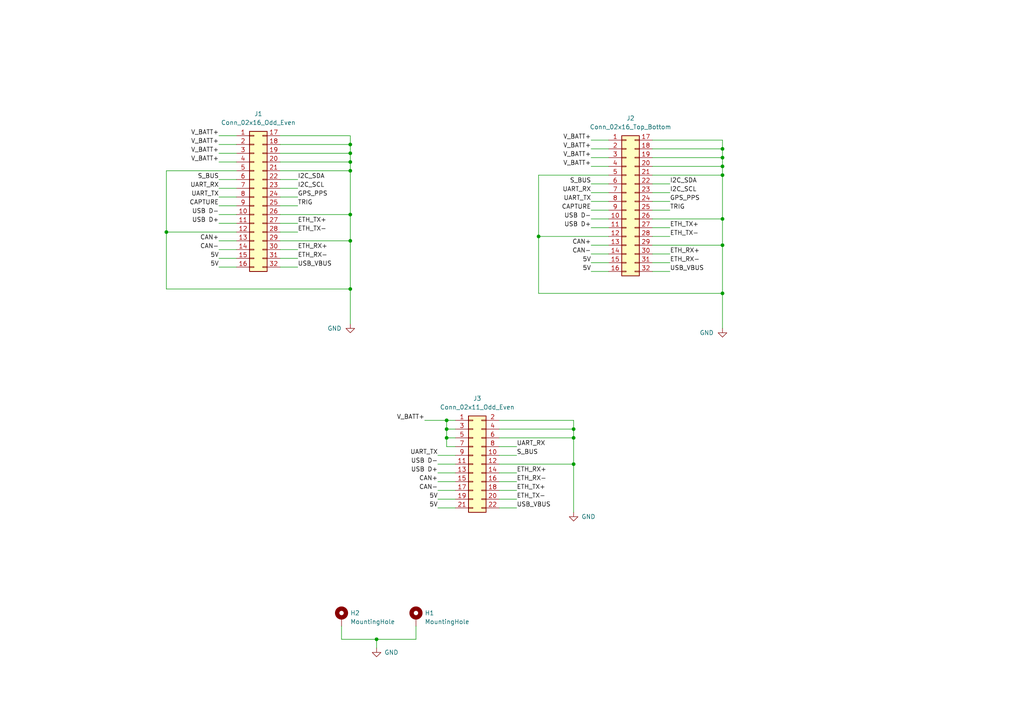
<source format=kicad_sch>
(kicad_sch (version 20211123) (generator eeschema)

  (uuid 2900de6d-bc51-4039-ab98-e4c308a6a215)

  (paper "A4")

  (lib_symbols
    (symbol "Connector_Generic:Conn_02x11_Odd_Even" (pin_names (offset 1.016) hide) (in_bom yes) (on_board yes)
      (property "Reference" "J" (id 0) (at 1.27 15.24 0)
        (effects (font (size 1.27 1.27)))
      )
      (property "Value" "Conn_02x11_Odd_Even" (id 1) (at 1.27 -15.24 0)
        (effects (font (size 1.27 1.27)))
      )
      (property "Footprint" "" (id 2) (at 0 0 0)
        (effects (font (size 1.27 1.27)) hide)
      )
      (property "Datasheet" "~" (id 3) (at 0 0 0)
        (effects (font (size 1.27 1.27)) hide)
      )
      (property "ki_keywords" "connector" (id 4) (at 0 0 0)
        (effects (font (size 1.27 1.27)) hide)
      )
      (property "ki_description" "Generic connector, double row, 02x11, odd/even pin numbering scheme (row 1 odd numbers, row 2 even numbers), script generated (kicad-library-utils/schlib/autogen/connector/)" (id 5) (at 0 0 0)
        (effects (font (size 1.27 1.27)) hide)
      )
      (property "ki_fp_filters" "Connector*:*_2x??_*" (id 6) (at 0 0 0)
        (effects (font (size 1.27 1.27)) hide)
      )
      (symbol "Conn_02x11_Odd_Even_1_1"
        (rectangle (start -1.27 -12.573) (end 0 -12.827)
          (stroke (width 0.1524) (type default) (color 0 0 0 0))
          (fill (type none))
        )
        (rectangle (start -1.27 -10.033) (end 0 -10.287)
          (stroke (width 0.1524) (type default) (color 0 0 0 0))
          (fill (type none))
        )
        (rectangle (start -1.27 -7.493) (end 0 -7.747)
          (stroke (width 0.1524) (type default) (color 0 0 0 0))
          (fill (type none))
        )
        (rectangle (start -1.27 -4.953) (end 0 -5.207)
          (stroke (width 0.1524) (type default) (color 0 0 0 0))
          (fill (type none))
        )
        (rectangle (start -1.27 -2.413) (end 0 -2.667)
          (stroke (width 0.1524) (type default) (color 0 0 0 0))
          (fill (type none))
        )
        (rectangle (start -1.27 0.127) (end 0 -0.127)
          (stroke (width 0.1524) (type default) (color 0 0 0 0))
          (fill (type none))
        )
        (rectangle (start -1.27 2.667) (end 0 2.413)
          (stroke (width 0.1524) (type default) (color 0 0 0 0))
          (fill (type none))
        )
        (rectangle (start -1.27 5.207) (end 0 4.953)
          (stroke (width 0.1524) (type default) (color 0 0 0 0))
          (fill (type none))
        )
        (rectangle (start -1.27 7.747) (end 0 7.493)
          (stroke (width 0.1524) (type default) (color 0 0 0 0))
          (fill (type none))
        )
        (rectangle (start -1.27 10.287) (end 0 10.033)
          (stroke (width 0.1524) (type default) (color 0 0 0 0))
          (fill (type none))
        )
        (rectangle (start -1.27 12.827) (end 0 12.573)
          (stroke (width 0.1524) (type default) (color 0 0 0 0))
          (fill (type none))
        )
        (rectangle (start -1.27 13.97) (end 3.81 -13.97)
          (stroke (width 0.254) (type default) (color 0 0 0 0))
          (fill (type background))
        )
        (rectangle (start 3.81 -12.573) (end 2.54 -12.827)
          (stroke (width 0.1524) (type default) (color 0 0 0 0))
          (fill (type none))
        )
        (rectangle (start 3.81 -10.033) (end 2.54 -10.287)
          (stroke (width 0.1524) (type default) (color 0 0 0 0))
          (fill (type none))
        )
        (rectangle (start 3.81 -7.493) (end 2.54 -7.747)
          (stroke (width 0.1524) (type default) (color 0 0 0 0))
          (fill (type none))
        )
        (rectangle (start 3.81 -4.953) (end 2.54 -5.207)
          (stroke (width 0.1524) (type default) (color 0 0 0 0))
          (fill (type none))
        )
        (rectangle (start 3.81 -2.413) (end 2.54 -2.667)
          (stroke (width 0.1524) (type default) (color 0 0 0 0))
          (fill (type none))
        )
        (rectangle (start 3.81 0.127) (end 2.54 -0.127)
          (stroke (width 0.1524) (type default) (color 0 0 0 0))
          (fill (type none))
        )
        (rectangle (start 3.81 2.667) (end 2.54 2.413)
          (stroke (width 0.1524) (type default) (color 0 0 0 0))
          (fill (type none))
        )
        (rectangle (start 3.81 5.207) (end 2.54 4.953)
          (stroke (width 0.1524) (type default) (color 0 0 0 0))
          (fill (type none))
        )
        (rectangle (start 3.81 7.747) (end 2.54 7.493)
          (stroke (width 0.1524) (type default) (color 0 0 0 0))
          (fill (type none))
        )
        (rectangle (start 3.81 10.287) (end 2.54 10.033)
          (stroke (width 0.1524) (type default) (color 0 0 0 0))
          (fill (type none))
        )
        (rectangle (start 3.81 12.827) (end 2.54 12.573)
          (stroke (width 0.1524) (type default) (color 0 0 0 0))
          (fill (type none))
        )
        (pin passive line (at -5.08 12.7 0) (length 3.81)
          (name "Pin_1" (effects (font (size 1.27 1.27))))
          (number "1" (effects (font (size 1.27 1.27))))
        )
        (pin passive line (at 7.62 2.54 180) (length 3.81)
          (name "Pin_10" (effects (font (size 1.27 1.27))))
          (number "10" (effects (font (size 1.27 1.27))))
        )
        (pin passive line (at -5.08 0 0) (length 3.81)
          (name "Pin_11" (effects (font (size 1.27 1.27))))
          (number "11" (effects (font (size 1.27 1.27))))
        )
        (pin passive line (at 7.62 0 180) (length 3.81)
          (name "Pin_12" (effects (font (size 1.27 1.27))))
          (number "12" (effects (font (size 1.27 1.27))))
        )
        (pin passive line (at -5.08 -2.54 0) (length 3.81)
          (name "Pin_13" (effects (font (size 1.27 1.27))))
          (number "13" (effects (font (size 1.27 1.27))))
        )
        (pin passive line (at 7.62 -2.54 180) (length 3.81)
          (name "Pin_14" (effects (font (size 1.27 1.27))))
          (number "14" (effects (font (size 1.27 1.27))))
        )
        (pin passive line (at -5.08 -5.08 0) (length 3.81)
          (name "Pin_15" (effects (font (size 1.27 1.27))))
          (number "15" (effects (font (size 1.27 1.27))))
        )
        (pin passive line (at 7.62 -5.08 180) (length 3.81)
          (name "Pin_16" (effects (font (size 1.27 1.27))))
          (number "16" (effects (font (size 1.27 1.27))))
        )
        (pin passive line (at -5.08 -7.62 0) (length 3.81)
          (name "Pin_17" (effects (font (size 1.27 1.27))))
          (number "17" (effects (font (size 1.27 1.27))))
        )
        (pin passive line (at 7.62 -7.62 180) (length 3.81)
          (name "Pin_18" (effects (font (size 1.27 1.27))))
          (number "18" (effects (font (size 1.27 1.27))))
        )
        (pin passive line (at -5.08 -10.16 0) (length 3.81)
          (name "Pin_19" (effects (font (size 1.27 1.27))))
          (number "19" (effects (font (size 1.27 1.27))))
        )
        (pin passive line (at 7.62 12.7 180) (length 3.81)
          (name "Pin_2" (effects (font (size 1.27 1.27))))
          (number "2" (effects (font (size 1.27 1.27))))
        )
        (pin passive line (at 7.62 -10.16 180) (length 3.81)
          (name "Pin_20" (effects (font (size 1.27 1.27))))
          (number "20" (effects (font (size 1.27 1.27))))
        )
        (pin passive line (at -5.08 -12.7 0) (length 3.81)
          (name "Pin_21" (effects (font (size 1.27 1.27))))
          (number "21" (effects (font (size 1.27 1.27))))
        )
        (pin passive line (at 7.62 -12.7 180) (length 3.81)
          (name "Pin_22" (effects (font (size 1.27 1.27))))
          (number "22" (effects (font (size 1.27 1.27))))
        )
        (pin passive line (at -5.08 10.16 0) (length 3.81)
          (name "Pin_3" (effects (font (size 1.27 1.27))))
          (number "3" (effects (font (size 1.27 1.27))))
        )
        (pin passive line (at 7.62 10.16 180) (length 3.81)
          (name "Pin_4" (effects (font (size 1.27 1.27))))
          (number "4" (effects (font (size 1.27 1.27))))
        )
        (pin passive line (at -5.08 7.62 0) (length 3.81)
          (name "Pin_5" (effects (font (size 1.27 1.27))))
          (number "5" (effects (font (size 1.27 1.27))))
        )
        (pin passive line (at 7.62 7.62 180) (length 3.81)
          (name "Pin_6" (effects (font (size 1.27 1.27))))
          (number "6" (effects (font (size 1.27 1.27))))
        )
        (pin passive line (at -5.08 5.08 0) (length 3.81)
          (name "Pin_7" (effects (font (size 1.27 1.27))))
          (number "7" (effects (font (size 1.27 1.27))))
        )
        (pin passive line (at 7.62 5.08 180) (length 3.81)
          (name "Pin_8" (effects (font (size 1.27 1.27))))
          (number "8" (effects (font (size 1.27 1.27))))
        )
        (pin passive line (at -5.08 2.54 0) (length 3.81)
          (name "Pin_9" (effects (font (size 1.27 1.27))))
          (number "9" (effects (font (size 1.27 1.27))))
        )
      )
    )
    (symbol "Connector_Generic:Conn_02x16_Top_Bottom" (pin_names (offset 1.016) hide) (in_bom yes) (on_board yes)
      (property "Reference" "J" (id 0) (at 1.27 20.32 0)
        (effects (font (size 1.27 1.27)))
      )
      (property "Value" "Conn_02x16_Top_Bottom" (id 1) (at 1.27 -22.86 0)
        (effects (font (size 1.27 1.27)))
      )
      (property "Footprint" "" (id 2) (at 0 0 0)
        (effects (font (size 1.27 1.27)) hide)
      )
      (property "Datasheet" "~" (id 3) (at 0 0 0)
        (effects (font (size 1.27 1.27)) hide)
      )
      (property "ki_keywords" "connector" (id 4) (at 0 0 0)
        (effects (font (size 1.27 1.27)) hide)
      )
      (property "ki_description" "Generic connector, double row, 02x16, top/bottom pin numbering scheme (row 1: 1...pins_per_row, row2: pins_per_row+1 ... num_pins), script generated (kicad-library-utils/schlib/autogen/connector/)" (id 5) (at 0 0 0)
        (effects (font (size 1.27 1.27)) hide)
      )
      (property "ki_fp_filters" "Connector*:*_2x??_*" (id 6) (at 0 0 0)
        (effects (font (size 1.27 1.27)) hide)
      )
      (symbol "Conn_02x16_Top_Bottom_1_1"
        (rectangle (start -1.27 -20.193) (end 0 -20.447)
          (stroke (width 0.1524) (type default) (color 0 0 0 0))
          (fill (type none))
        )
        (rectangle (start -1.27 -17.653) (end 0 -17.907)
          (stroke (width 0.1524) (type default) (color 0 0 0 0))
          (fill (type none))
        )
        (rectangle (start -1.27 -15.113) (end 0 -15.367)
          (stroke (width 0.1524) (type default) (color 0 0 0 0))
          (fill (type none))
        )
        (rectangle (start -1.27 -12.573) (end 0 -12.827)
          (stroke (width 0.1524) (type default) (color 0 0 0 0))
          (fill (type none))
        )
        (rectangle (start -1.27 -10.033) (end 0 -10.287)
          (stroke (width 0.1524) (type default) (color 0 0 0 0))
          (fill (type none))
        )
        (rectangle (start -1.27 -7.493) (end 0 -7.747)
          (stroke (width 0.1524) (type default) (color 0 0 0 0))
          (fill (type none))
        )
        (rectangle (start -1.27 -4.953) (end 0 -5.207)
          (stroke (width 0.1524) (type default) (color 0 0 0 0))
          (fill (type none))
        )
        (rectangle (start -1.27 -2.413) (end 0 -2.667)
          (stroke (width 0.1524) (type default) (color 0 0 0 0))
          (fill (type none))
        )
        (rectangle (start -1.27 0.127) (end 0 -0.127)
          (stroke (width 0.1524) (type default) (color 0 0 0 0))
          (fill (type none))
        )
        (rectangle (start -1.27 2.667) (end 0 2.413)
          (stroke (width 0.1524) (type default) (color 0 0 0 0))
          (fill (type none))
        )
        (rectangle (start -1.27 5.207) (end 0 4.953)
          (stroke (width 0.1524) (type default) (color 0 0 0 0))
          (fill (type none))
        )
        (rectangle (start -1.27 7.747) (end 0 7.493)
          (stroke (width 0.1524) (type default) (color 0 0 0 0))
          (fill (type none))
        )
        (rectangle (start -1.27 10.287) (end 0 10.033)
          (stroke (width 0.1524) (type default) (color 0 0 0 0))
          (fill (type none))
        )
        (rectangle (start -1.27 12.827) (end 0 12.573)
          (stroke (width 0.1524) (type default) (color 0 0 0 0))
          (fill (type none))
        )
        (rectangle (start -1.27 15.367) (end 0 15.113)
          (stroke (width 0.1524) (type default) (color 0 0 0 0))
          (fill (type none))
        )
        (rectangle (start -1.27 17.907) (end 0 17.653)
          (stroke (width 0.1524) (type default) (color 0 0 0 0))
          (fill (type none))
        )
        (rectangle (start -1.27 19.05) (end 3.81 -21.59)
          (stroke (width 0.254) (type default) (color 0 0 0 0))
          (fill (type background))
        )
        (rectangle (start 3.81 -20.193) (end 2.54 -20.447)
          (stroke (width 0.1524) (type default) (color 0 0 0 0))
          (fill (type none))
        )
        (rectangle (start 3.81 -17.653) (end 2.54 -17.907)
          (stroke (width 0.1524) (type default) (color 0 0 0 0))
          (fill (type none))
        )
        (rectangle (start 3.81 -15.113) (end 2.54 -15.367)
          (stroke (width 0.1524) (type default) (color 0 0 0 0))
          (fill (type none))
        )
        (rectangle (start 3.81 -12.573) (end 2.54 -12.827)
          (stroke (width 0.1524) (type default) (color 0 0 0 0))
          (fill (type none))
        )
        (rectangle (start 3.81 -10.033) (end 2.54 -10.287)
          (stroke (width 0.1524) (type default) (color 0 0 0 0))
          (fill (type none))
        )
        (rectangle (start 3.81 -7.493) (end 2.54 -7.747)
          (stroke (width 0.1524) (type default) (color 0 0 0 0))
          (fill (type none))
        )
        (rectangle (start 3.81 -4.953) (end 2.54 -5.207)
          (stroke (width 0.1524) (type default) (color 0 0 0 0))
          (fill (type none))
        )
        (rectangle (start 3.81 -2.413) (end 2.54 -2.667)
          (stroke (width 0.1524) (type default) (color 0 0 0 0))
          (fill (type none))
        )
        (rectangle (start 3.81 0.127) (end 2.54 -0.127)
          (stroke (width 0.1524) (type default) (color 0 0 0 0))
          (fill (type none))
        )
        (rectangle (start 3.81 2.667) (end 2.54 2.413)
          (stroke (width 0.1524) (type default) (color 0 0 0 0))
          (fill (type none))
        )
        (rectangle (start 3.81 5.207) (end 2.54 4.953)
          (stroke (width 0.1524) (type default) (color 0 0 0 0))
          (fill (type none))
        )
        (rectangle (start 3.81 7.747) (end 2.54 7.493)
          (stroke (width 0.1524) (type default) (color 0 0 0 0))
          (fill (type none))
        )
        (rectangle (start 3.81 10.287) (end 2.54 10.033)
          (stroke (width 0.1524) (type default) (color 0 0 0 0))
          (fill (type none))
        )
        (rectangle (start 3.81 12.827) (end 2.54 12.573)
          (stroke (width 0.1524) (type default) (color 0 0 0 0))
          (fill (type none))
        )
        (rectangle (start 3.81 15.367) (end 2.54 15.113)
          (stroke (width 0.1524) (type default) (color 0 0 0 0))
          (fill (type none))
        )
        (rectangle (start 3.81 17.907) (end 2.54 17.653)
          (stroke (width 0.1524) (type default) (color 0 0 0 0))
          (fill (type none))
        )
        (pin passive line (at -5.08 17.78 0) (length 3.81)
          (name "Pin_1" (effects (font (size 1.27 1.27))))
          (number "1" (effects (font (size 1.27 1.27))))
        )
        (pin passive line (at -5.08 -5.08 0) (length 3.81)
          (name "Pin_10" (effects (font (size 1.27 1.27))))
          (number "10" (effects (font (size 1.27 1.27))))
        )
        (pin passive line (at -5.08 -7.62 0) (length 3.81)
          (name "Pin_11" (effects (font (size 1.27 1.27))))
          (number "11" (effects (font (size 1.27 1.27))))
        )
        (pin passive line (at -5.08 -10.16 0) (length 3.81)
          (name "Pin_12" (effects (font (size 1.27 1.27))))
          (number "12" (effects (font (size 1.27 1.27))))
        )
        (pin passive line (at -5.08 -12.7 0) (length 3.81)
          (name "Pin_13" (effects (font (size 1.27 1.27))))
          (number "13" (effects (font (size 1.27 1.27))))
        )
        (pin passive line (at -5.08 -15.24 0) (length 3.81)
          (name "Pin_14" (effects (font (size 1.27 1.27))))
          (number "14" (effects (font (size 1.27 1.27))))
        )
        (pin passive line (at -5.08 -17.78 0) (length 3.81)
          (name "Pin_15" (effects (font (size 1.27 1.27))))
          (number "15" (effects (font (size 1.27 1.27))))
        )
        (pin passive line (at -5.08 -20.32 0) (length 3.81)
          (name "Pin_16" (effects (font (size 1.27 1.27))))
          (number "16" (effects (font (size 1.27 1.27))))
        )
        (pin passive line (at 7.62 17.78 180) (length 3.81)
          (name "Pin_17" (effects (font (size 1.27 1.27))))
          (number "17" (effects (font (size 1.27 1.27))))
        )
        (pin passive line (at 7.62 15.24 180) (length 3.81)
          (name "Pin_18" (effects (font (size 1.27 1.27))))
          (number "18" (effects (font (size 1.27 1.27))))
        )
        (pin passive line (at 7.62 12.7 180) (length 3.81)
          (name "Pin_19" (effects (font (size 1.27 1.27))))
          (number "19" (effects (font (size 1.27 1.27))))
        )
        (pin passive line (at -5.08 15.24 0) (length 3.81)
          (name "Pin_2" (effects (font (size 1.27 1.27))))
          (number "2" (effects (font (size 1.27 1.27))))
        )
        (pin passive line (at 7.62 10.16 180) (length 3.81)
          (name "Pin_20" (effects (font (size 1.27 1.27))))
          (number "20" (effects (font (size 1.27 1.27))))
        )
        (pin passive line (at 7.62 7.62 180) (length 3.81)
          (name "Pin_21" (effects (font (size 1.27 1.27))))
          (number "21" (effects (font (size 1.27 1.27))))
        )
        (pin passive line (at 7.62 5.08 180) (length 3.81)
          (name "Pin_22" (effects (font (size 1.27 1.27))))
          (number "22" (effects (font (size 1.27 1.27))))
        )
        (pin passive line (at 7.62 2.54 180) (length 3.81)
          (name "Pin_23" (effects (font (size 1.27 1.27))))
          (number "23" (effects (font (size 1.27 1.27))))
        )
        (pin passive line (at 7.62 0 180) (length 3.81)
          (name "Pin_24" (effects (font (size 1.27 1.27))))
          (number "24" (effects (font (size 1.27 1.27))))
        )
        (pin passive line (at 7.62 -2.54 180) (length 3.81)
          (name "Pin_25" (effects (font (size 1.27 1.27))))
          (number "25" (effects (font (size 1.27 1.27))))
        )
        (pin passive line (at 7.62 -5.08 180) (length 3.81)
          (name "Pin_26" (effects (font (size 1.27 1.27))))
          (number "26" (effects (font (size 1.27 1.27))))
        )
        (pin passive line (at 7.62 -7.62 180) (length 3.81)
          (name "Pin_27" (effects (font (size 1.27 1.27))))
          (number "27" (effects (font (size 1.27 1.27))))
        )
        (pin passive line (at 7.62 -10.16 180) (length 3.81)
          (name "Pin_28" (effects (font (size 1.27 1.27))))
          (number "28" (effects (font (size 1.27 1.27))))
        )
        (pin passive line (at 7.62 -12.7 180) (length 3.81)
          (name "Pin_29" (effects (font (size 1.27 1.27))))
          (number "29" (effects (font (size 1.27 1.27))))
        )
        (pin passive line (at -5.08 12.7 0) (length 3.81)
          (name "Pin_3" (effects (font (size 1.27 1.27))))
          (number "3" (effects (font (size 1.27 1.27))))
        )
        (pin passive line (at 7.62 -15.24 180) (length 3.81)
          (name "Pin_30" (effects (font (size 1.27 1.27))))
          (number "30" (effects (font (size 1.27 1.27))))
        )
        (pin passive line (at 7.62 -17.78 180) (length 3.81)
          (name "Pin_31" (effects (font (size 1.27 1.27))))
          (number "31" (effects (font (size 1.27 1.27))))
        )
        (pin passive line (at 7.62 -20.32 180) (length 3.81)
          (name "Pin_32" (effects (font (size 1.27 1.27))))
          (number "32" (effects (font (size 1.27 1.27))))
        )
        (pin passive line (at -5.08 10.16 0) (length 3.81)
          (name "Pin_4" (effects (font (size 1.27 1.27))))
          (number "4" (effects (font (size 1.27 1.27))))
        )
        (pin passive line (at -5.08 7.62 0) (length 3.81)
          (name "Pin_5" (effects (font (size 1.27 1.27))))
          (number "5" (effects (font (size 1.27 1.27))))
        )
        (pin passive line (at -5.08 5.08 0) (length 3.81)
          (name "Pin_6" (effects (font (size 1.27 1.27))))
          (number "6" (effects (font (size 1.27 1.27))))
        )
        (pin passive line (at -5.08 2.54 0) (length 3.81)
          (name "Pin_7" (effects (font (size 1.27 1.27))))
          (number "7" (effects (font (size 1.27 1.27))))
        )
        (pin passive line (at -5.08 0 0) (length 3.81)
          (name "Pin_8" (effects (font (size 1.27 1.27))))
          (number "8" (effects (font (size 1.27 1.27))))
        )
        (pin passive line (at -5.08 -2.54 0) (length 3.81)
          (name "Pin_9" (effects (font (size 1.27 1.27))))
          (number "9" (effects (font (size 1.27 1.27))))
        )
      )
    )
    (symbol "Mechanical:MountingHole_Pad" (pin_numbers hide) (pin_names (offset 1.016) hide) (in_bom yes) (on_board yes)
      (property "Reference" "H" (id 0) (at 0 6.35 0)
        (effects (font (size 1.27 1.27)))
      )
      (property "Value" "MountingHole_Pad" (id 1) (at 0 4.445 0)
        (effects (font (size 1.27 1.27)))
      )
      (property "Footprint" "" (id 2) (at 0 0 0)
        (effects (font (size 1.27 1.27)) hide)
      )
      (property "Datasheet" "~" (id 3) (at 0 0 0)
        (effects (font (size 1.27 1.27)) hide)
      )
      (property "ki_keywords" "mounting hole" (id 4) (at 0 0 0)
        (effects (font (size 1.27 1.27)) hide)
      )
      (property "ki_description" "Mounting Hole with connection" (id 5) (at 0 0 0)
        (effects (font (size 1.27 1.27)) hide)
      )
      (property "ki_fp_filters" "MountingHole*Pad*" (id 6) (at 0 0 0)
        (effects (font (size 1.27 1.27)) hide)
      )
      (symbol "MountingHole_Pad_0_1"
        (circle (center 0 1.27) (radius 1.27)
          (stroke (width 1.27) (type default) (color 0 0 0 0))
          (fill (type none))
        )
      )
      (symbol "MountingHole_Pad_1_1"
        (pin input line (at 0 -2.54 90) (length 2.54)
          (name "1" (effects (font (size 1.27 1.27))))
          (number "1" (effects (font (size 1.27 1.27))))
        )
      )
    )
    (symbol "power:GND" (power) (pin_names (offset 0)) (in_bom yes) (on_board yes)
      (property "Reference" "#PWR" (id 0) (at 0 -6.35 0)
        (effects (font (size 1.27 1.27)) hide)
      )
      (property "Value" "GND" (id 1) (at 0 -3.81 0)
        (effects (font (size 1.27 1.27)))
      )
      (property "Footprint" "" (id 2) (at 0 0 0)
        (effects (font (size 1.27 1.27)) hide)
      )
      (property "Datasheet" "" (id 3) (at 0 0 0)
        (effects (font (size 1.27 1.27)) hide)
      )
      (property "ki_keywords" "global power" (id 4) (at 0 0 0)
        (effects (font (size 1.27 1.27)) hide)
      )
      (property "ki_description" "Power symbol creates a global label with name \"GND\" , ground" (id 5) (at 0 0 0)
        (effects (font (size 1.27 1.27)) hide)
      )
      (symbol "GND_0_1"
        (polyline
          (pts
            (xy 0 0)
            (xy 0 -1.27)
            (xy 1.27 -1.27)
            (xy 0 -2.54)
            (xy -1.27 -1.27)
            (xy 0 -1.27)
          )
          (stroke (width 0) (type default) (color 0 0 0 0))
          (fill (type none))
        )
      )
      (symbol "GND_1_1"
        (pin power_in line (at 0 0 270) (length 0) hide
          (name "GND" (effects (font (size 1.27 1.27))))
          (number "1" (effects (font (size 1.27 1.27))))
        )
      )
    )
  )

  (junction (at 209.55 50.8) (diameter 0) (color 0 0 0 0)
    (uuid 08fcb649-2bcd-47b3-9d6a-f68a7e1f8b57)
  )
  (junction (at 129.54 127) (diameter 0) (color 0 0 0 0)
    (uuid 167ec8b5-3965-47c2-bf79-8a3d3024b39e)
  )
  (junction (at 209.55 85.09) (diameter 0) (color 0 0 0 0)
    (uuid 2260ebf6-174d-4604-a52c-c646bfc11ea7)
  )
  (junction (at 101.6 83.82) (diameter 0) (color 0 0 0 0)
    (uuid 32c16c34-2097-4927-b662-43b7b52334d8)
  )
  (junction (at 101.6 49.53) (diameter 0) (color 0 0 0 0)
    (uuid 3389ffe6-ef27-47bc-ab60-9a7a011911d7)
  )
  (junction (at 101.6 44.45) (diameter 0) (color 0 0 0 0)
    (uuid 33f9f55c-e67c-474f-9d22-59a72d230343)
  )
  (junction (at 209.55 63.5) (diameter 0) (color 0 0 0 0)
    (uuid 42e484d5-bd08-4b60-a0be-44c423066864)
  )
  (junction (at 101.6 62.23) (diameter 0) (color 0 0 0 0)
    (uuid 5aa3b09e-5003-4ec6-b5d2-6236b7774a26)
  )
  (junction (at 156.21 68.58) (diameter 0) (color 0 0 0 0)
    (uuid 74f397df-0788-4998-b1d5-98666633cf13)
  )
  (junction (at 129.54 121.92) (diameter 0) (color 0 0 0 0)
    (uuid 7d5d24da-321b-4253-b26d-d165cbd9ce68)
  )
  (junction (at 209.55 48.26) (diameter 0) (color 0 0 0 0)
    (uuid 89a8db77-5dc5-49d5-bdb6-83b0a90557fc)
  )
  (junction (at 129.54 124.46) (diameter 0) (color 0 0 0 0)
    (uuid 9630b762-fddd-4983-8f92-32803069ac24)
  )
  (junction (at 101.6 69.85) (diameter 0) (color 0 0 0 0)
    (uuid 984ab3d6-b047-4b03-b6f6-f4f9784151ad)
  )
  (junction (at 101.6 41.91) (diameter 0) (color 0 0 0 0)
    (uuid 9ebfef3f-59dd-4fa7-9267-c5dd1696d15d)
  )
  (junction (at 166.37 134.62) (diameter 0) (color 0 0 0 0)
    (uuid a85a8072-a790-4399-b5d6-176a41184bba)
  )
  (junction (at 166.37 127) (diameter 0) (color 0 0 0 0)
    (uuid afaf033f-d723-4dc5-b942-90cd876ab42a)
  )
  (junction (at 101.6 46.99) (diameter 0) (color 0 0 0 0)
    (uuid b5ecca7d-0a75-433f-8466-b3321de59d14)
  )
  (junction (at 209.55 43.18) (diameter 0) (color 0 0 0 0)
    (uuid b945e3ca-dadd-4d29-b269-2cfd77f08cea)
  )
  (junction (at 166.37 124.46) (diameter 0) (color 0 0 0 0)
    (uuid d924a3d4-ec8d-431d-b443-0960c2b7d5d6)
  )
  (junction (at 209.55 71.12) (diameter 0) (color 0 0 0 0)
    (uuid e71356d1-753d-450e-8bda-0944102bad62)
  )
  (junction (at 48.26 67.31) (diameter 0) (color 0 0 0 0)
    (uuid e75b75a0-ed85-4ffc-8d6b-e1a87c87fcf3)
  )
  (junction (at 109.22 185.42) (diameter 0) (color 0 0 0 0)
    (uuid ecd573c4-e910-46d7-9d30-e63d3a17ba55)
  )
  (junction (at 209.55 45.72) (diameter 0) (color 0 0 0 0)
    (uuid fba690fc-bf35-412d-b663-8eb07227ac6e)
  )

  (wire (pts (xy 81.28 39.37) (xy 101.6 39.37))
    (stroke (width 0) (type default) (color 0 0 0 0))
    (uuid 011f90c6-427d-451e-b8f9-97b1a752cace)
  )
  (wire (pts (xy 63.5 57.15) (xy 68.58 57.15))
    (stroke (width 0) (type default) (color 0 0 0 0))
    (uuid 03ea898c-37e8-4428-9cec-6247e9652930)
  )
  (wire (pts (xy 189.23 66.04) (xy 194.31 66.04))
    (stroke (width 0) (type default) (color 0 0 0 0))
    (uuid 05b35090-2d66-4a5c-8cc2-13149234cf40)
  )
  (wire (pts (xy 68.58 64.77) (xy 63.5 64.77))
    (stroke (width 0) (type default) (color 0 0 0 0))
    (uuid 07a8eb0e-cffa-4dfd-86dc-c0305841b8ad)
  )
  (wire (pts (xy 171.45 55.88) (xy 176.53 55.88))
    (stroke (width 0) (type default) (color 0 0 0 0))
    (uuid 0a3f1a21-b614-464a-aeb5-83f94d0471e6)
  )
  (wire (pts (xy 63.5 52.07) (xy 68.58 52.07))
    (stroke (width 0) (type default) (color 0 0 0 0))
    (uuid 0c18124e-326a-4909-9645-474c4d73902c)
  )
  (wire (pts (xy 132.08 121.92) (xy 129.54 121.92))
    (stroke (width 0) (type default) (color 0 0 0 0))
    (uuid 11710783-fd20-41d9-8408-06b24fc14f14)
  )
  (wire (pts (xy 144.78 147.32) (xy 149.86 147.32))
    (stroke (width 0) (type default) (color 0 0 0 0))
    (uuid 117c1f10-56e4-44e1-8815-9a63bc834682)
  )
  (wire (pts (xy 81.28 77.47) (xy 86.36 77.47))
    (stroke (width 0) (type default) (color 0 0 0 0))
    (uuid 125e1575-3482-46bf-8ae7-7ec6c78630f4)
  )
  (wire (pts (xy 101.6 62.23) (xy 101.6 69.85))
    (stroke (width 0) (type default) (color 0 0 0 0))
    (uuid 13bbcd42-dd62-49ed-9bf4-db607dfcb2a8)
  )
  (wire (pts (xy 189.23 43.18) (xy 209.55 43.18))
    (stroke (width 0) (type default) (color 0 0 0 0))
    (uuid 13c2f3b4-1f13-465a-9df2-08e6363c9319)
  )
  (wire (pts (xy 149.86 144.78) (xy 144.78 144.78))
    (stroke (width 0) (type default) (color 0 0 0 0))
    (uuid 1465f882-da38-4b62-943e-c432de63e12f)
  )
  (wire (pts (xy 129.54 127) (xy 129.54 124.46))
    (stroke (width 0) (type default) (color 0 0 0 0))
    (uuid 1898a42d-1797-4bfc-b150-d28164cab0d9)
  )
  (wire (pts (xy 48.26 49.53) (xy 68.58 49.53))
    (stroke (width 0) (type default) (color 0 0 0 0))
    (uuid 1a35c954-2a76-4b84-9677-1ab07cdbe2ec)
  )
  (wire (pts (xy 132.08 147.32) (xy 127 147.32))
    (stroke (width 0) (type default) (color 0 0 0 0))
    (uuid 1e8d44c8-65cf-494d-a0f3-40244bd098f1)
  )
  (wire (pts (xy 68.58 62.23) (xy 63.5 62.23))
    (stroke (width 0) (type default) (color 0 0 0 0))
    (uuid 2018cbd5-92d0-4aed-a2c0-d58d4859c32e)
  )
  (wire (pts (xy 166.37 127) (xy 166.37 134.62))
    (stroke (width 0) (type default) (color 0 0 0 0))
    (uuid 2279032a-3952-465c-85be-65c6779d2678)
  )
  (wire (pts (xy 101.6 44.45) (xy 101.6 46.99))
    (stroke (width 0) (type default) (color 0 0 0 0))
    (uuid 25882a3e-b1a4-4833-8bb9-fb800770a5e5)
  )
  (wire (pts (xy 109.22 185.42) (xy 120.65 185.42))
    (stroke (width 0) (type default) (color 0 0 0 0))
    (uuid 258a7379-e8ef-4d04-a89b-9345f85f3be0)
  )
  (wire (pts (xy 189.23 40.64) (xy 209.55 40.64))
    (stroke (width 0) (type default) (color 0 0 0 0))
    (uuid 2bf9ebab-8426-48da-8583-12558a39fcb3)
  )
  (wire (pts (xy 68.58 74.93) (xy 63.5 74.93))
    (stroke (width 0) (type default) (color 0 0 0 0))
    (uuid 2ccccb3f-6453-4578-8e2c-9ca4ed0b96e5)
  )
  (wire (pts (xy 132.08 129.54) (xy 129.54 129.54))
    (stroke (width 0) (type default) (color 0 0 0 0))
    (uuid 2e215e76-7005-4be0-888b-c55bb8074e40)
  )
  (wire (pts (xy 81.28 62.23) (xy 101.6 62.23))
    (stroke (width 0) (type default) (color 0 0 0 0))
    (uuid 305866fa-2e47-41d1-87ae-77d7c3047418)
  )
  (wire (pts (xy 194.31 76.2) (xy 189.23 76.2))
    (stroke (width 0) (type default) (color 0 0 0 0))
    (uuid 346f1bfd-707e-4699-85ca-5e12624c7b63)
  )
  (wire (pts (xy 209.55 50.8) (xy 189.23 50.8))
    (stroke (width 0) (type default) (color 0 0 0 0))
    (uuid 34e72641-9b39-43b9-9e0d-2c50a1fba70b)
  )
  (wire (pts (xy 48.26 67.31) (xy 68.58 67.31))
    (stroke (width 0) (type default) (color 0 0 0 0))
    (uuid 399b8090-66d2-4025-9f49-6d6fbae60554)
  )
  (wire (pts (xy 166.37 124.46) (xy 166.37 127))
    (stroke (width 0) (type default) (color 0 0 0 0))
    (uuid 3e0d05e6-09c9-44c8-8c0a-d8e6cbcba940)
  )
  (wire (pts (xy 149.86 132.08) (xy 144.78 132.08))
    (stroke (width 0) (type default) (color 0 0 0 0))
    (uuid 416c8f56-b425-434a-9358-595cc42c5486)
  )
  (wire (pts (xy 171.45 53.34) (xy 176.53 53.34))
    (stroke (width 0) (type default) (color 0 0 0 0))
    (uuid 42384533-94c0-45c9-85a5-757dbe697626)
  )
  (wire (pts (xy 176.53 73.66) (xy 171.45 73.66))
    (stroke (width 0) (type default) (color 0 0 0 0))
    (uuid 47ab9567-5c05-4cbe-acbc-b9ef4d87b806)
  )
  (wire (pts (xy 129.54 121.92) (xy 123.19 121.92))
    (stroke (width 0) (type default) (color 0 0 0 0))
    (uuid 48b4d4ff-ad82-4d5a-805a-927970d0bade)
  )
  (wire (pts (xy 99.06 185.42) (xy 109.22 185.42))
    (stroke (width 0) (type default) (color 0 0 0 0))
    (uuid 4b2d6a8b-5641-4d1f-b6cc-33c1f7bba1d9)
  )
  (wire (pts (xy 144.78 124.46) (xy 166.37 124.46))
    (stroke (width 0) (type default) (color 0 0 0 0))
    (uuid 4b9e6da7-d1c5-435b-b540-314e01af3ea1)
  )
  (wire (pts (xy 194.31 60.96) (xy 189.23 60.96))
    (stroke (width 0) (type default) (color 0 0 0 0))
    (uuid 4ccff217-5d90-42a0-935c-229887d796b6)
  )
  (wire (pts (xy 149.86 139.7) (xy 144.78 139.7))
    (stroke (width 0) (type default) (color 0 0 0 0))
    (uuid 4d60499c-a373-4fe8-84f5-018362a709c2)
  )
  (wire (pts (xy 209.55 63.5) (xy 209.55 71.12))
    (stroke (width 0) (type default) (color 0 0 0 0))
    (uuid 50a048ca-a358-4170-9dcc-113eae473922)
  )
  (wire (pts (xy 176.53 45.72) (xy 171.45 45.72))
    (stroke (width 0) (type default) (color 0 0 0 0))
    (uuid 539d7325-9be0-49b9-b821-ac93bc3ffb97)
  )
  (wire (pts (xy 176.53 66.04) (xy 171.45 66.04))
    (stroke (width 0) (type default) (color 0 0 0 0))
    (uuid 562b91ab-1c1e-483c-8e80-ffa7650c36f6)
  )
  (wire (pts (xy 68.58 39.37) (xy 63.5 39.37))
    (stroke (width 0) (type default) (color 0 0 0 0))
    (uuid 57a270cf-4a31-4485-aed8-c83c6a7152ec)
  )
  (wire (pts (xy 209.55 85.09) (xy 209.55 95.25))
    (stroke (width 0) (type default) (color 0 0 0 0))
    (uuid 5a41d7fa-18b6-4182-9f7c-d13e348b07b5)
  )
  (wire (pts (xy 144.78 134.62) (xy 166.37 134.62))
    (stroke (width 0) (type default) (color 0 0 0 0))
    (uuid 5efa54bc-c94a-48bc-8d20-6341b23f314c)
  )
  (wire (pts (xy 86.36 74.93) (xy 81.28 74.93))
    (stroke (width 0) (type default) (color 0 0 0 0))
    (uuid 64832060-9888-4e34-ac5d-a5bfe49ef931)
  )
  (wire (pts (xy 209.55 48.26) (xy 209.55 50.8))
    (stroke (width 0) (type default) (color 0 0 0 0))
    (uuid 64fd726b-1466-4277-b10c-25ade3b3adce)
  )
  (wire (pts (xy 68.58 59.69) (xy 63.5 59.69))
    (stroke (width 0) (type default) (color 0 0 0 0))
    (uuid 681eb25a-d05b-4108-995a-fd6ba2bc991a)
  )
  (wire (pts (xy 48.26 49.53) (xy 48.26 67.31))
    (stroke (width 0) (type default) (color 0 0 0 0))
    (uuid 684622f1-c773-49dc-94d3-09295bcdae48)
  )
  (wire (pts (xy 81.28 41.91) (xy 101.6 41.91))
    (stroke (width 0) (type default) (color 0 0 0 0))
    (uuid 68facfb7-cce4-4ba5-8a79-1c33ca7e8048)
  )
  (wire (pts (xy 81.28 64.77) (xy 86.36 64.77))
    (stroke (width 0) (type default) (color 0 0 0 0))
    (uuid 6e78810a-5f1d-48c1-aa7d-b7edc93bd5c0)
  )
  (wire (pts (xy 81.28 44.45) (xy 101.6 44.45))
    (stroke (width 0) (type default) (color 0 0 0 0))
    (uuid 705b5701-2714-4fd3-a12a-3dcf0607b15f)
  )
  (wire (pts (xy 101.6 41.91) (xy 101.6 44.45))
    (stroke (width 0) (type default) (color 0 0 0 0))
    (uuid 70f5c40b-56ff-40ee-b8bd-fb552d50a4e3)
  )
  (wire (pts (xy 156.21 50.8) (xy 176.53 50.8))
    (stroke (width 0) (type default) (color 0 0 0 0))
    (uuid 714f8182-b48c-4bc9-9305-6b119bd6f759)
  )
  (wire (pts (xy 86.36 67.31) (xy 81.28 67.31))
    (stroke (width 0) (type default) (color 0 0 0 0))
    (uuid 721b6677-3829-4207-b717-ecb898f6f482)
  )
  (wire (pts (xy 209.55 71.12) (xy 209.55 85.09))
    (stroke (width 0) (type default) (color 0 0 0 0))
    (uuid 7416ef67-d492-4602-874e-e67ed2a81e9d)
  )
  (wire (pts (xy 171.45 58.42) (xy 176.53 58.42))
    (stroke (width 0) (type default) (color 0 0 0 0))
    (uuid 7479f3e6-1ac7-4f25-a8ef-c50d3741969d)
  )
  (wire (pts (xy 176.53 43.18) (xy 171.45 43.18))
    (stroke (width 0) (type default) (color 0 0 0 0))
    (uuid 760d7a9b-be34-4bc0-808b-e0362edd8337)
  )
  (wire (pts (xy 63.5 54.61) (xy 68.58 54.61))
    (stroke (width 0) (type default) (color 0 0 0 0))
    (uuid 781d1cea-c0a2-4e0d-bb26-57a570f26876)
  )
  (wire (pts (xy 189.23 48.26) (xy 209.55 48.26))
    (stroke (width 0) (type default) (color 0 0 0 0))
    (uuid 783006db-e65a-4a19-985e-53d5a2d65c57)
  )
  (wire (pts (xy 189.23 45.72) (xy 209.55 45.72))
    (stroke (width 0) (type default) (color 0 0 0 0))
    (uuid 7a8b0777-210a-4b36-afec-3d817bef332c)
  )
  (wire (pts (xy 176.53 76.2) (xy 171.45 76.2))
    (stroke (width 0) (type default) (color 0 0 0 0))
    (uuid 7d356e86-6778-414d-bd75-fc95786ed954)
  )
  (wire (pts (xy 156.21 68.58) (xy 176.53 68.58))
    (stroke (width 0) (type default) (color 0 0 0 0))
    (uuid 7e5c72fd-49a9-49b6-bf96-1b2f8ed8a919)
  )
  (wire (pts (xy 189.23 58.42) (xy 194.31 58.42))
    (stroke (width 0) (type default) (color 0 0 0 0))
    (uuid 7e88d677-cbef-40ca-9389-0d29938baf3a)
  )
  (wire (pts (xy 144.78 127) (xy 166.37 127))
    (stroke (width 0) (type default) (color 0 0 0 0))
    (uuid 80c6dcb4-5886-4382-ab73-40e770ae9bc2)
  )
  (wire (pts (xy 194.31 73.66) (xy 189.23 73.66))
    (stroke (width 0) (type default) (color 0 0 0 0))
    (uuid 80d3e42e-63d5-4cc8-8b4e-364bb92ca90f)
  )
  (wire (pts (xy 194.31 68.58) (xy 189.23 68.58))
    (stroke (width 0) (type default) (color 0 0 0 0))
    (uuid 81feae52-d3ef-4bc6-9af9-1405b2514ca9)
  )
  (wire (pts (xy 149.86 129.54) (xy 144.78 129.54))
    (stroke (width 0) (type default) (color 0 0 0 0))
    (uuid 83d7952a-ceb1-4eaf-8d03-4c6afb0129d9)
  )
  (wire (pts (xy 176.53 48.26) (xy 171.45 48.26))
    (stroke (width 0) (type default) (color 0 0 0 0))
    (uuid 84ba7555-ed2e-44ec-9378-9a249bab6334)
  )
  (wire (pts (xy 189.23 78.74) (xy 194.31 78.74))
    (stroke (width 0) (type default) (color 0 0 0 0))
    (uuid 8548e66e-3937-4c1a-b091-a9e300e96968)
  )
  (wire (pts (xy 132.08 142.24) (xy 127 142.24))
    (stroke (width 0) (type default) (color 0 0 0 0))
    (uuid 8596c366-7ed1-421c-895e-580d74033560)
  )
  (wire (pts (xy 194.31 53.34) (xy 189.23 53.34))
    (stroke (width 0) (type default) (color 0 0 0 0))
    (uuid 87d230a6-b8a9-4271-9bc1-ce62aa386793)
  )
  (wire (pts (xy 209.55 45.72) (xy 209.55 48.26))
    (stroke (width 0) (type default) (color 0 0 0 0))
    (uuid 88611b66-eb9b-417b-95d8-22f31f7c6ab7)
  )
  (wire (pts (xy 132.08 144.78) (xy 127 144.78))
    (stroke (width 0) (type default) (color 0 0 0 0))
    (uuid 8a2625ef-f0ea-4714-a994-f472a35c271b)
  )
  (wire (pts (xy 48.26 67.31) (xy 48.26 83.82))
    (stroke (width 0) (type default) (color 0 0 0 0))
    (uuid 8d7b42a6-8a7a-4229-b6bc-6d03b58fde30)
  )
  (wire (pts (xy 101.6 39.37) (xy 101.6 41.91))
    (stroke (width 0) (type default) (color 0 0 0 0))
    (uuid 8e796aab-1492-49eb-91bb-5cd7846f22cc)
  )
  (wire (pts (xy 156.21 50.8) (xy 156.21 68.58))
    (stroke (width 0) (type default) (color 0 0 0 0))
    (uuid 8fc7d2a2-1d57-4a5a-aef0-23947957a23e)
  )
  (wire (pts (xy 68.58 77.47) (xy 63.5 77.47))
    (stroke (width 0) (type default) (color 0 0 0 0))
    (uuid 9b246897-54a5-426b-a439-b25b29541874)
  )
  (wire (pts (xy 109.22 185.42) (xy 109.22 187.96))
    (stroke (width 0) (type default) (color 0 0 0 0))
    (uuid 9ce69fc4-77b8-441b-87b5-299e002b5f28)
  )
  (wire (pts (xy 132.08 137.16) (xy 127 137.16))
    (stroke (width 0) (type default) (color 0 0 0 0))
    (uuid 9f08f896-a6e2-4772-915b-0b78bb55c059)
  )
  (wire (pts (xy 86.36 52.07) (xy 81.28 52.07))
    (stroke (width 0) (type default) (color 0 0 0 0))
    (uuid 9f2a2687-2b3d-4d9e-a0e4-80dc7cb6ce3c)
  )
  (wire (pts (xy 101.6 49.53) (xy 81.28 49.53))
    (stroke (width 0) (type default) (color 0 0 0 0))
    (uuid 9ffcfbe3-3f43-4153-97d3-fe251f70a458)
  )
  (wire (pts (xy 129.54 129.54) (xy 129.54 127))
    (stroke (width 0) (type default) (color 0 0 0 0))
    (uuid a34fa401-1da9-440c-8f22-111ae1bab4c8)
  )
  (wire (pts (xy 166.37 134.62) (xy 166.37 148.59))
    (stroke (width 0) (type default) (color 0 0 0 0))
    (uuid a3955781-e1e4-4278-89b0-cdb12992053a)
  )
  (wire (pts (xy 194.31 55.88) (xy 189.23 55.88))
    (stroke (width 0) (type default) (color 0 0 0 0))
    (uuid a5a7d4d3-5e70-4599-b979-743a9108ba25)
  )
  (wire (pts (xy 48.26 83.82) (xy 101.6 83.82))
    (stroke (width 0) (type default) (color 0 0 0 0))
    (uuid aa848bfb-b0ba-42d1-a855-6629541421bb)
  )
  (wire (pts (xy 68.58 69.85) (xy 63.5 69.85))
    (stroke (width 0) (type default) (color 0 0 0 0))
    (uuid b05626e1-6881-49fa-afb8-74b9cbadba61)
  )
  (wire (pts (xy 209.55 43.18) (xy 209.55 45.72))
    (stroke (width 0) (type default) (color 0 0 0 0))
    (uuid b0bfe2c0-726a-42a6-8797-e7d46f9d75f5)
  )
  (wire (pts (xy 120.65 185.42) (xy 120.65 181.61))
    (stroke (width 0) (type default) (color 0 0 0 0))
    (uuid b34e17f1-5f6a-4b51-abe2-d5e959c12e2d)
  )
  (wire (pts (xy 176.53 63.5) (xy 171.45 63.5))
    (stroke (width 0) (type default) (color 0 0 0 0))
    (uuid b355b6f3-09f8-4e55-87c8-a887ea8feddb)
  )
  (wire (pts (xy 101.6 46.99) (xy 101.6 49.53))
    (stroke (width 0) (type default) (color 0 0 0 0))
    (uuid b4a62a4f-2ce9-4cdc-a86f-123abe2ea564)
  )
  (wire (pts (xy 86.36 59.69) (xy 81.28 59.69))
    (stroke (width 0) (type default) (color 0 0 0 0))
    (uuid b6a8c672-eda3-4856-830c-25af411d3234)
  )
  (wire (pts (xy 68.58 46.99) (xy 63.5 46.99))
    (stroke (width 0) (type default) (color 0 0 0 0))
    (uuid bb55ba8d-ff1d-480b-85dd-1397675f9fe0)
  )
  (wire (pts (xy 99.06 181.61) (xy 99.06 185.42))
    (stroke (width 0) (type default) (color 0 0 0 0))
    (uuid be172424-dd0d-41fa-8772-fca761eae848)
  )
  (wire (pts (xy 156.21 85.09) (xy 209.55 85.09))
    (stroke (width 0) (type default) (color 0 0 0 0))
    (uuid bee8a401-3ec3-4128-aeb8-70629a98c3c4)
  )
  (wire (pts (xy 132.08 134.62) (xy 127 134.62))
    (stroke (width 0) (type default) (color 0 0 0 0))
    (uuid bfc1dad7-85c6-44f7-abbf-488b2d828cef)
  )
  (wire (pts (xy 101.6 83.82) (xy 101.6 93.98))
    (stroke (width 0) (type default) (color 0 0 0 0))
    (uuid c0801e2a-392d-452d-beac-efa69c565c97)
  )
  (wire (pts (xy 209.55 40.64) (xy 209.55 43.18))
    (stroke (width 0) (type default) (color 0 0 0 0))
    (uuid c1fbeaa9-efe3-4b28-aef0-e377bdfce233)
  )
  (wire (pts (xy 68.58 41.91) (xy 63.5 41.91))
    (stroke (width 0) (type default) (color 0 0 0 0))
    (uuid c25a8e55-46c0-463b-8c39-8e54fa878b47)
  )
  (wire (pts (xy 129.54 127) (xy 132.08 127))
    (stroke (width 0) (type default) (color 0 0 0 0))
    (uuid c8ce749a-e98c-4194-8c49-8b3faed0ddfd)
  )
  (wire (pts (xy 209.55 50.8) (xy 209.55 63.5))
    (stroke (width 0) (type default) (color 0 0 0 0))
    (uuid cd5a3c32-8955-404a-9877-dcfece4deaa0)
  )
  (wire (pts (xy 129.54 124.46) (xy 132.08 124.46))
    (stroke (width 0) (type default) (color 0 0 0 0))
    (uuid cde4d9d1-8cb1-40eb-975d-dfe76052468c)
  )
  (wire (pts (xy 81.28 46.99) (xy 101.6 46.99))
    (stroke (width 0) (type default) (color 0 0 0 0))
    (uuid ce5cc072-01f0-4516-b8e1-9300a6dce655)
  )
  (wire (pts (xy 68.58 44.45) (xy 63.5 44.45))
    (stroke (width 0) (type default) (color 0 0 0 0))
    (uuid d29ae058-2691-43d1-8fd2-8a32d4256cd4)
  )
  (wire (pts (xy 176.53 60.96) (xy 171.45 60.96))
    (stroke (width 0) (type default) (color 0 0 0 0))
    (uuid d4f64964-c0bd-4cf4-91a9-7eb11af652ca)
  )
  (wire (pts (xy 176.53 40.64) (xy 171.45 40.64))
    (stroke (width 0) (type default) (color 0 0 0 0))
    (uuid d6d463ee-e66f-43d0-9bbb-882226b752f8)
  )
  (wire (pts (xy 129.54 124.46) (xy 129.54 121.92))
    (stroke (width 0) (type default) (color 0 0 0 0))
    (uuid d82f6044-a040-4566-a06d-0bbb7603c135)
  )
  (wire (pts (xy 86.36 54.61) (xy 81.28 54.61))
    (stroke (width 0) (type default) (color 0 0 0 0))
    (uuid d98c8cae-3c6c-4726-bc36-e1fc7dcce15d)
  )
  (wire (pts (xy 144.78 142.24) (xy 149.86 142.24))
    (stroke (width 0) (type default) (color 0 0 0 0))
    (uuid dc7ee18d-8b1c-4082-851d-7be3df3845ee)
  )
  (wire (pts (xy 189.23 71.12) (xy 209.55 71.12))
    (stroke (width 0) (type default) (color 0 0 0 0))
    (uuid dcb3b0d6-294b-4a83-a580-141521e8cf77)
  )
  (wire (pts (xy 81.28 69.85) (xy 101.6 69.85))
    (stroke (width 0) (type default) (color 0 0 0 0))
    (uuid dd007083-1b5f-4060-897b-6f5b03f9c2ec)
  )
  (wire (pts (xy 132.08 139.7) (xy 127 139.7))
    (stroke (width 0) (type default) (color 0 0 0 0))
    (uuid df0fd4d7-5e35-46df-bb0c-f6c35e23fafc)
  )
  (wire (pts (xy 101.6 49.53) (xy 101.6 62.23))
    (stroke (width 0) (type default) (color 0 0 0 0))
    (uuid e2f9aa7f-98e5-4436-8355-aa61e31487b2)
  )
  (wire (pts (xy 101.6 69.85) (xy 101.6 83.82))
    (stroke (width 0) (type default) (color 0 0 0 0))
    (uuid e35814ad-fbf8-4d21-acc4-ff0580fd8611)
  )
  (wire (pts (xy 176.53 71.12) (xy 171.45 71.12))
    (stroke (width 0) (type default) (color 0 0 0 0))
    (uuid eb4ecb97-78c4-4965-9d94-a03394d90c6e)
  )
  (wire (pts (xy 68.58 72.39) (xy 63.5 72.39))
    (stroke (width 0) (type default) (color 0 0 0 0))
    (uuid ebe5d013-5803-44a3-a830-e3fc6ce3d239)
  )
  (wire (pts (xy 156.21 68.58) (xy 156.21 85.09))
    (stroke (width 0) (type default) (color 0 0 0 0))
    (uuid ec204e4a-e5af-4831-ad9c-afe04b25f089)
  )
  (wire (pts (xy 86.36 72.39) (xy 81.28 72.39))
    (stroke (width 0) (type default) (color 0 0 0 0))
    (uuid f04e4554-84b5-4304-8ffd-ab47ecd2160b)
  )
  (wire (pts (xy 81.28 57.15) (xy 86.36 57.15))
    (stroke (width 0) (type default) (color 0 0 0 0))
    (uuid f289de24-2fe9-4ae9-88b1-f08d97504a68)
  )
  (wire (pts (xy 149.86 137.16) (xy 144.78 137.16))
    (stroke (width 0) (type default) (color 0 0 0 0))
    (uuid f2a6bfff-059a-4d8a-8987-f634931a4c0b)
  )
  (wire (pts (xy 166.37 121.92) (xy 166.37 124.46))
    (stroke (width 0) (type default) (color 0 0 0 0))
    (uuid f83321e3-dfa3-47ac-b62a-66de10a62e75)
  )
  (wire (pts (xy 176.53 78.74) (xy 171.45 78.74))
    (stroke (width 0) (type default) (color 0 0 0 0))
    (uuid f85a64e8-ce38-4645-a17c-675b15b082f7)
  )
  (wire (pts (xy 127 132.08) (xy 132.08 132.08))
    (stroke (width 0) (type default) (color 0 0 0 0))
    (uuid f8c11cf0-0f2e-4a09-9a14-6bcd194c57b2)
  )
  (wire (pts (xy 144.78 121.92) (xy 166.37 121.92))
    (stroke (width 0) (type default) (color 0 0 0 0))
    (uuid f996afb1-76a6-45f5-8d69-e6280950d96e)
  )
  (wire (pts (xy 189.23 63.5) (xy 209.55 63.5))
    (stroke (width 0) (type default) (color 0 0 0 0))
    (uuid fa4688b2-e69a-41fd-9d06-76c8a0786470)
  )

  (label "ETH_RX-" (at 149.86 139.7 0)
    (effects (font (size 1.27 1.27)) (justify left bottom))
    (uuid 02afe8a6-6420-4ba5-b3ff-dcdb24992568)
  )
  (label "I2C_SCL" (at 194.31 55.88 0)
    (effects (font (size 1.27 1.27)) (justify left bottom))
    (uuid 0422379f-fa92-45aa-a0f2-c0e2cf0a910b)
  )
  (label "5V" (at 127 144.78 180)
    (effects (font (size 1.27 1.27)) (justify right bottom))
    (uuid 0bee6565-c432-4754-a761-b2e75cd959c5)
  )
  (label "ETH_RX-" (at 194.31 76.2 0)
    (effects (font (size 1.27 1.27)) (justify left bottom))
    (uuid 11e7466b-54c2-4709-b788-c05e1bf16a3b)
  )
  (label "USB D+" (at 171.45 66.04 180)
    (effects (font (size 1.27 1.27)) (justify right bottom))
    (uuid 140bc947-fbc7-4c00-bb9a-cd23168a5221)
  )
  (label "TRIG" (at 86.36 59.69 0)
    (effects (font (size 1.27 1.27)) (justify left bottom))
    (uuid 18af40e6-dca3-4311-b40c-318063ee35b6)
  )
  (label "UART_TX" (at 127 132.08 180)
    (effects (font (size 1.27 1.27)) (justify right bottom))
    (uuid 1f555754-d9d9-4e4d-a56c-74ee79361ee8)
  )
  (label "V_BATT+" (at 171.45 48.26 180)
    (effects (font (size 1.27 1.27)) (justify right bottom))
    (uuid 20b27623-4b18-4d02-ad26-11205e732a72)
  )
  (label "UART_TX" (at 63.5 57.15 180)
    (effects (font (size 1.27 1.27)) (justify right bottom))
    (uuid 26f2bee4-f9ab-4c46-93da-23bc2db4b326)
  )
  (label "5V" (at 171.45 76.2 180)
    (effects (font (size 1.27 1.27)) (justify right bottom))
    (uuid 30c7ee03-14d9-4ef1-bf33-ccb43db0140d)
  )
  (label "UART_TX" (at 171.45 58.42 180)
    (effects (font (size 1.27 1.27)) (justify right bottom))
    (uuid 3169e4e2-7d58-4e20-93d9-1b46b5ed1388)
  )
  (label "USB D-" (at 127 134.62 180)
    (effects (font (size 1.27 1.27)) (justify right bottom))
    (uuid 33b4f83e-6ba1-4ae7-9aee-ab7b46e87c84)
  )
  (label "ETH_TX-" (at 194.31 68.58 0)
    (effects (font (size 1.27 1.27)) (justify left bottom))
    (uuid 37c0d316-eeb7-409c-bbbc-9dbf610e6905)
  )
  (label "UART_RX" (at 171.45 55.88 180)
    (effects (font (size 1.27 1.27)) (justify right bottom))
    (uuid 38c4b4c3-6a0e-4196-bdb1-a50002b55aab)
  )
  (label "GPS_PPS" (at 194.31 58.42 0)
    (effects (font (size 1.27 1.27)) (justify left bottom))
    (uuid 3ad130d3-ca5d-44b8-98a1-5a202a0756b8)
  )
  (label "V_BATT+" (at 171.45 43.18 180)
    (effects (font (size 1.27 1.27)) (justify right bottom))
    (uuid 3da2cc8b-8d2f-460e-8169-3ded787a43c7)
  )
  (label "USB_VBUS" (at 86.36 77.47 0)
    (effects (font (size 1.27 1.27)) (justify left bottom))
    (uuid 3e3ae6bd-fcb5-4cdd-a900-fbe7c0c5e414)
  )
  (label "ETH_TX+" (at 149.86 142.24 0)
    (effects (font (size 1.27 1.27)) (justify left bottom))
    (uuid 464c1e42-db87-4b79-9d93-a1b05847ffc4)
  )
  (label "USB D+" (at 127 137.16 180)
    (effects (font (size 1.27 1.27)) (justify right bottom))
    (uuid 4a1b53a4-8f01-491d-b9e9-f1a9b10162ec)
  )
  (label "CAPTURE" (at 63.5 59.69 180)
    (effects (font (size 1.27 1.27)) (justify right bottom))
    (uuid 5582a4ba-154a-42f0-afcb-e6ae05727ab7)
  )
  (label "TRIG" (at 194.31 60.96 0)
    (effects (font (size 1.27 1.27)) (justify left bottom))
    (uuid 55a250be-d405-44da-a818-46a864a9829f)
  )
  (label "CAN-" (at 127 142.24 180)
    (effects (font (size 1.27 1.27)) (justify right bottom))
    (uuid 5a5a9655-0784-4d32-b35e-52b278585c74)
  )
  (label "5V" (at 63.5 77.47 180)
    (effects (font (size 1.27 1.27)) (justify right bottom))
    (uuid 5b80574c-c3e1-49fd-a9cf-eaedd118e48d)
  )
  (label "CAN+" (at 171.45 71.12 180)
    (effects (font (size 1.27 1.27)) (justify right bottom))
    (uuid 62812e21-5135-4049-bc58-8fe290a857f9)
  )
  (label "5V" (at 63.5 74.93 180)
    (effects (font (size 1.27 1.27)) (justify right bottom))
    (uuid 6299c455-7300-41c7-aae3-6639859a1b9f)
  )
  (label "ETH_TX-" (at 86.36 67.31 0)
    (effects (font (size 1.27 1.27)) (justify left bottom))
    (uuid 6af78bfb-7e7a-47ff-9700-6eb53d1b1d18)
  )
  (label "I2C_SCL" (at 86.36 54.61 0)
    (effects (font (size 1.27 1.27)) (justify left bottom))
    (uuid 6ddc97ae-1cb1-4a96-bb4d-e39e398c4c8d)
  )
  (label "V_BATT+" (at 63.5 41.91 180)
    (effects (font (size 1.27 1.27)) (justify right bottom))
    (uuid 71f526f6-f1a6-46c7-89a1-316939cc98f2)
  )
  (label "I2C_SDA" (at 194.31 53.34 0)
    (effects (font (size 1.27 1.27)) (justify left bottom))
    (uuid 75cb0ef4-beab-4963-9fca-67047aff959e)
  )
  (label "5V" (at 127 147.32 180)
    (effects (font (size 1.27 1.27)) (justify right bottom))
    (uuid 761b13b1-09c3-4a38-bbe5-971bb93706ec)
  )
  (label "USB D-" (at 171.45 63.5 180)
    (effects (font (size 1.27 1.27)) (justify right bottom))
    (uuid 78439f4c-a085-47a3-8b36-aaae28fe3b18)
  )
  (label "ETH_TX+" (at 194.31 66.04 0)
    (effects (font (size 1.27 1.27)) (justify left bottom))
    (uuid 78561133-973a-4f70-b7e1-50a63766b9db)
  )
  (label "V_BATT+" (at 63.5 44.45 180)
    (effects (font (size 1.27 1.27)) (justify right bottom))
    (uuid 787abc9c-6ac0-42ce-9fb1-a172d79aa1de)
  )
  (label "CAN-" (at 63.5 72.39 180)
    (effects (font (size 1.27 1.27)) (justify right bottom))
    (uuid 79af242f-62c6-4750-9bd9-b462feee6292)
  )
  (label "CAN-" (at 171.45 73.66 180)
    (effects (font (size 1.27 1.27)) (justify right bottom))
    (uuid 7e55c215-c340-46f5-9283-4eda0f47b72e)
  )
  (label "CAPTURE" (at 171.45 60.96 180)
    (effects (font (size 1.27 1.27)) (justify right bottom))
    (uuid 7e82e65d-a597-49b5-abfc-d2bfe25143fb)
  )
  (label "S_BUS" (at 63.5 52.07 180)
    (effects (font (size 1.27 1.27)) (justify right bottom))
    (uuid 8bd49b4d-916f-4342-a20d-6a3f40d95c8a)
  )
  (label "V_BATT+" (at 63.5 39.37 180)
    (effects (font (size 1.27 1.27)) (justify right bottom))
    (uuid 93940c81-96f1-4d16-b173-bf7e6cafc58e)
  )
  (label "USB D-" (at 63.5 62.23 180)
    (effects (font (size 1.27 1.27)) (justify right bottom))
    (uuid 978c426e-0687-43ec-ac22-d8eb504ba0e0)
  )
  (label "UART_RX" (at 149.86 129.54 0)
    (effects (font (size 1.27 1.27)) (justify left bottom))
    (uuid a6b01f5c-3d7b-49ee-8147-31c06bfaad27)
  )
  (label "ETH_RX+" (at 194.31 73.66 0)
    (effects (font (size 1.27 1.27)) (justify left bottom))
    (uuid b0660683-53dd-4410-9d5f-13d2ab6e527a)
  )
  (label "USB_VBUS" (at 194.31 78.74 0)
    (effects (font (size 1.27 1.27)) (justify left bottom))
    (uuid b6dbd58e-6ced-45d5-a519-c9831669be33)
  )
  (label "S_BUS" (at 149.86 132.08 0)
    (effects (font (size 1.27 1.27)) (justify left bottom))
    (uuid b77f92b6-9c8a-44f2-aac5-14636a095b7b)
  )
  (label "ETH_RX+" (at 149.86 137.16 0)
    (effects (font (size 1.27 1.27)) (justify left bottom))
    (uuid c1e312b6-e2a8-4d60-9e02-4d4223c60107)
  )
  (label "UART_RX" (at 63.5 54.61 180)
    (effects (font (size 1.27 1.27)) (justify right bottom))
    (uuid c88ee09d-c950-4bae-b45d-58331cd76adf)
  )
  (label "ETH_RX-" (at 86.36 74.93 0)
    (effects (font (size 1.27 1.27)) (justify left bottom))
    (uuid cb2b36bf-cb9e-420f-a7e2-e6fb1473624a)
  )
  (label "ETH_RX+" (at 86.36 72.39 0)
    (effects (font (size 1.27 1.27)) (justify left bottom))
    (uuid cbcdded6-8c5a-4f34-9ea3-db7c7727963b)
  )
  (label "V_BATT+" (at 171.45 40.64 180)
    (effects (font (size 1.27 1.27)) (justify right bottom))
    (uuid cc6f0492-89b3-4dce-b0c8-7b2c151230dd)
  )
  (label "ETH_TX+" (at 86.36 64.77 0)
    (effects (font (size 1.27 1.27)) (justify left bottom))
    (uuid d0db3994-c83e-4659-83af-0c6301bbbc1b)
  )
  (label "ETH_TX-" (at 149.86 144.78 0)
    (effects (font (size 1.27 1.27)) (justify left bottom))
    (uuid d0ea3fb4-988e-47c4-b3c7-7317b0831fe0)
  )
  (label "CAN+" (at 63.5 69.85 180)
    (effects (font (size 1.27 1.27)) (justify right bottom))
    (uuid d371c473-6297-47ed-aba5-698d42e61d9d)
  )
  (label "V_BATT+" (at 123.19 121.92 180)
    (effects (font (size 1.27 1.27)) (justify right bottom))
    (uuid d58a84d8-12e7-4469-94c1-7ccfe633ca74)
  )
  (label "S_BUS" (at 171.45 53.34 180)
    (effects (font (size 1.27 1.27)) (justify right bottom))
    (uuid d96918a8-8a9d-4cb3-b8cc-215c2eb26686)
  )
  (label "V_BATT+" (at 63.5 46.99 180)
    (effects (font (size 1.27 1.27)) (justify right bottom))
    (uuid dfd88d74-9e3f-433b-9790-df5da6c8fd42)
  )
  (label "V_BATT+" (at 171.45 45.72 180)
    (effects (font (size 1.27 1.27)) (justify right bottom))
    (uuid e158e6da-a4f7-49df-9cd2-1e6d6cd0b7da)
  )
  (label "USB D+" (at 63.5 64.77 180)
    (effects (font (size 1.27 1.27)) (justify right bottom))
    (uuid e6661fe5-bf69-4ed2-a9cb-c7e6f54897a4)
  )
  (label "USB_VBUS" (at 149.86 147.32 0)
    (effects (font (size 1.27 1.27)) (justify left bottom))
    (uuid eec4d9c9-77dd-4103-9fb4-e978a2c15eb4)
  )
  (label "GPS_PPS" (at 86.36 57.15 0)
    (effects (font (size 1.27 1.27)) (justify left bottom))
    (uuid eec76586-b2ea-406f-9ce7-6a07bdcc27da)
  )
  (label "CAN+" (at 127 139.7 180)
    (effects (font (size 1.27 1.27)) (justify right bottom))
    (uuid f45eecf1-5815-4d6a-b31a-abc6df90b935)
  )
  (label "5V" (at 171.45 78.74 180)
    (effects (font (size 1.27 1.27)) (justify right bottom))
    (uuid fb614721-2adf-4cf0-b6bf-502f97554ed7)
  )
  (label "I2C_SDA" (at 86.36 52.07 0)
    (effects (font (size 1.27 1.27)) (justify left bottom))
    (uuid feddd2c7-a718-4a2e-82da-dcf26435cefd)
  )

  (symbol (lib_id "Mechanical:MountingHole_Pad") (at 120.65 179.07 0) (unit 1)
    (in_bom yes) (on_board yes) (fields_autoplaced)
    (uuid 5f93e71a-a3b3-4e03-b295-792f7a750010)
    (property "Reference" "H1" (id 0) (at 123.19 177.7999 0)
      (effects (font (size 1.27 1.27)) (justify left))
    )
    (property "Value" "MountingHole" (id 1) (at 123.19 180.3399 0)
      (effects (font (size 1.27 1.27)) (justify left))
    )
    (property "Footprint" "MountingHole:MountingHole_3.2mm_M3_DIN965_Pad_TopBottom" (id 2) (at 120.65 179.07 0)
      (effects (font (size 1.27 1.27)) hide)
    )
    (property "Datasheet" "~" (id 3) (at 120.65 179.07 0)
      (effects (font (size 1.27 1.27)) hide)
    )
    (pin "1" (uuid d4402e22-039f-4e29-aa37-41f9118b2fbd))
  )

  (symbol (lib_id "Connector_Generic:Conn_02x16_Top_Bottom") (at 73.66 57.15 0) (unit 1)
    (in_bom yes) (on_board yes) (fields_autoplaced)
    (uuid 634f5f46-4c88-458d-925b-2be5ce83a529)
    (property "Reference" "J1" (id 0) (at 74.93 33.02 0))
    (property "Value" "Conn_02x16_Odd_Even" (id 1) (at 74.93 35.56 0))
    (property "Footprint" "AERPAW:461130321" (id 2) (at 73.66 57.15 0)
      (effects (font (size 1.27 1.27)) hide)
    )
    (property "Datasheet" "~" (id 3) (at 73.66 57.15 0)
      (effects (font (size 1.27 1.27)) hide)
    )
    (pin "1" (uuid d21a494f-a6e0-47fb-b771-954b75d80ef3))
    (pin "10" (uuid 1fa46a15-965b-4985-8412-4f7115638aa5))
    (pin "11" (uuid 508faea4-c948-4dc0-827e-d44c9fd325a6))
    (pin "12" (uuid f165c8a4-e8e9-410b-9090-57f9097e99dd))
    (pin "13" (uuid 71fe97a1-5ca9-46d8-a8bc-b4edf3e061b1))
    (pin "14" (uuid 04ac496b-8e77-4297-9ffa-8ddbf0c7b402))
    (pin "15" (uuid 45f7c94b-a6f5-4cc8-931e-834e3cd7b2be))
    (pin "16" (uuid 2bdfbf76-7468-4fd4-a117-36ba0b63ba33))
    (pin "17" (uuid 0b741ad6-4d1c-4eec-8370-3862092fe4e8))
    (pin "18" (uuid 656ed7de-7d1f-42e4-ba88-227997f418de))
    (pin "19" (uuid b5336321-2684-4680-9c28-390b039a7a11))
    (pin "2" (uuid ffaf539d-1367-4434-9e75-3e628e7b77c2))
    (pin "20" (uuid e9edc01a-5c2b-4636-bac9-29420b068e0b))
    (pin "21" (uuid edd4a918-c859-4b61-a321-c17dd0542249))
    (pin "22" (uuid a3fa7bf8-0b71-4f5c-ba48-7b11bcd7c75e))
    (pin "23" (uuid 6e357123-53cf-4fbc-9314-f7d8fe9105ad))
    (pin "24" (uuid 04967b40-2da0-44df-b2a2-a2ed05427e55))
    (pin "25" (uuid be33ae0b-a157-44db-80bc-2e239153d350))
    (pin "26" (uuid 266ed045-1b14-4b80-89db-d66b97188034))
    (pin "27" (uuid c8ca310b-bc55-4246-b619-0724c6882b6e))
    (pin "28" (uuid 8fdc3d13-7f9d-45d6-ab2d-ab522b146f73))
    (pin "29" (uuid ba7df670-60e9-41ba-80bf-55f54cb29553))
    (pin "3" (uuid 8bef2b5d-dd2d-46b7-9b26-0463a70a4bb3))
    (pin "30" (uuid 56ce57c8-5765-4e8c-9efe-2706433b102c))
    (pin "31" (uuid 12ad96c6-bc00-4bcf-a938-9f3218025109))
    (pin "32" (uuid aff7c277-bb7b-49c8-abf8-90b708b00f64))
    (pin "4" (uuid 5ca1ad0e-2fc3-4c97-800b-29d24a427631))
    (pin "5" (uuid 46261482-5e4f-4bf0-a720-f5874abdd2a8))
    (pin "6" (uuid 9f5c0818-ae16-4dc9-9683-3f4338d5b90b))
    (pin "7" (uuid e5f6d907-1977-4b6c-8acb-a9845171c610))
    (pin "8" (uuid 21330c6b-f17a-47d5-a04c-03dbc236aa54))
    (pin "9" (uuid 3e7265e3-bf39-47fb-bd96-7d34450117da))
  )

  (symbol (lib_id "power:GND") (at 101.6 93.98 0) (mirror y) (unit 1)
    (in_bom yes) (on_board yes) (fields_autoplaced)
    (uuid 6421988c-6395-4671-b061-7b716e45dc77)
    (property "Reference" "#PWR0101" (id 0) (at 101.6 100.33 0)
      (effects (font (size 1.27 1.27)) hide)
    )
    (property "Value" "GND" (id 1) (at 99.06 95.2499 0)
      (effects (font (size 1.27 1.27)) (justify left))
    )
    (property "Footprint" "" (id 2) (at 101.6 93.98 0)
      (effects (font (size 1.27 1.27)) hide)
    )
    (property "Datasheet" "" (id 3) (at 101.6 93.98 0)
      (effects (font (size 1.27 1.27)) hide)
    )
    (pin "1" (uuid 88282388-34f5-4114-989f-a7f41e0449de))
  )

  (symbol (lib_id "Connector_Generic:Conn_02x11_Odd_Even") (at 137.16 134.62 0) (unit 1)
    (in_bom yes) (on_board yes) (fields_autoplaced)
    (uuid 6d0daf9b-bc9b-4c45-a30f-a8de183a65c8)
    (property "Reference" "J3" (id 0) (at 138.43 115.57 0))
    (property "Value" "Conn_02x11_Odd_Even" (id 1) (at 138.43 118.11 0))
    (property "Footprint" "AERPAW:MOLEX_5031542290" (id 2) (at 137.16 134.62 0)
      (effects (font (size 1.27 1.27)) hide)
    )
    (property "Datasheet" "~" (id 3) (at 137.16 134.62 0)
      (effects (font (size 1.27 1.27)) hide)
    )
    (pin "1" (uuid d11ab34d-6dc9-4cfa-89b6-57b2781ff3bc))
    (pin "10" (uuid 99662b3b-bbe7-4686-90a3-fc76255021e2))
    (pin "11" (uuid 7110d800-ca5a-4bbc-bf38-74675a912473))
    (pin "12" (uuid 3811ea4c-2516-488c-8772-8b75b6e51519))
    (pin "13" (uuid c902378a-be33-4fc5-aa23-562cd024ec70))
    (pin "14" (uuid 17dde7b8-64e6-44b8-8806-43251f36e478))
    (pin "15" (uuid e801b6ce-ab75-402f-9363-cd32f7694082))
    (pin "16" (uuid 5fe7cdd9-682c-4577-a023-7c2bb74bcf7f))
    (pin "17" (uuid 63eeb947-ce0f-4e73-8d3c-f76a653c99d4))
    (pin "18" (uuid 40c38b2f-1d41-4658-b054-6461a807839b))
    (pin "19" (uuid 9664a3f7-96b8-4410-a3cd-7e2204d557e5))
    (pin "2" (uuid 25c8316f-f80d-4478-908f-794169e5ee87))
    (pin "20" (uuid a6d8fcf4-999c-42a0-9e85-a9de53d3fde8))
    (pin "21" (uuid 7d186831-efa4-4891-aff5-7d5f0517abd6))
    (pin "22" (uuid 4b8b2839-6a0c-4f39-aa11-8f3805fad365))
    (pin "3" (uuid 361cb7d0-3a97-4161-8fcf-83d7204bcbdd))
    (pin "4" (uuid 1bfc8bf6-b8b5-49c6-b2e2-97148f041a1b))
    (pin "5" (uuid 3ee742c1-3aca-40d5-9cff-07ff78660c84))
    (pin "6" (uuid 61912b78-c2a8-4b45-ae16-d7e20e8803ca))
    (pin "7" (uuid 0c030271-fb40-4c99-87af-58402516a256))
    (pin "8" (uuid 0214b410-d425-4a2d-aad8-210c05b85182))
    (pin "9" (uuid 2924e3dd-e064-4505-ab45-df541be6c10d))
  )

  (symbol (lib_id "Mechanical:MountingHole_Pad") (at 99.06 179.07 0) (unit 1)
    (in_bom yes) (on_board yes) (fields_autoplaced)
    (uuid 702f5d8c-4a29-4bee-b417-84a4ac745956)
    (property "Reference" "H2" (id 0) (at 101.6 177.7999 0)
      (effects (font (size 1.27 1.27)) (justify left))
    )
    (property "Value" "MountingHole" (id 1) (at 101.6 180.3399 0)
      (effects (font (size 1.27 1.27)) (justify left))
    )
    (property "Footprint" "MountingHole:MountingHole_3.2mm_M3_DIN965_Pad_TopBottom" (id 2) (at 99.06 179.07 0)
      (effects (font (size 1.27 1.27)) hide)
    )
    (property "Datasheet" "~" (id 3) (at 99.06 179.07 0)
      (effects (font (size 1.27 1.27)) hide)
    )
    (pin "1" (uuid c14f5ae5-dc00-4148-9c50-2e0a788d3b73))
  )

  (symbol (lib_id "power:GND") (at 109.22 187.96 0) (mirror y) (unit 1)
    (in_bom yes) (on_board yes)
    (uuid 7114cf9b-05a5-457c-9e87-4237020df687)
    (property "Reference" "#PWR0104" (id 0) (at 109.22 194.31 0)
      (effects (font (size 1.27 1.27)) hide)
    )
    (property "Value" "GND" (id 1) (at 115.57 189.2299 0)
      (effects (font (size 1.27 1.27)) (justify left))
    )
    (property "Footprint" "" (id 2) (at 109.22 187.96 0)
      (effects (font (size 1.27 1.27)) hide)
    )
    (property "Datasheet" "" (id 3) (at 109.22 187.96 0)
      (effects (font (size 1.27 1.27)) hide)
    )
    (pin "1" (uuid 7070d7bb-15f1-4a84-b8aa-247d9ca78233))
  )

  (symbol (lib_id "power:GND") (at 166.37 148.59 0) (mirror y) (unit 1)
    (in_bom yes) (on_board yes)
    (uuid 9ff1cf24-8982-4820-8d41-8529146d49e9)
    (property "Reference" "#PWR0103" (id 0) (at 166.37 154.94 0)
      (effects (font (size 1.27 1.27)) hide)
    )
    (property "Value" "GND" (id 1) (at 172.72 149.8599 0)
      (effects (font (size 1.27 1.27)) (justify left))
    )
    (property "Footprint" "" (id 2) (at 166.37 148.59 0)
      (effects (font (size 1.27 1.27)) hide)
    )
    (property "Datasheet" "" (id 3) (at 166.37 148.59 0)
      (effects (font (size 1.27 1.27)) hide)
    )
    (pin "1" (uuid 0cde2eae-19c2-4b06-9ca3-ddd4e08d8b29))
  )

  (symbol (lib_id "power:GND") (at 209.55 95.25 0) (mirror y) (unit 1)
    (in_bom yes) (on_board yes) (fields_autoplaced)
    (uuid a2ad5462-a35d-4e5d-8d5e-2cb1a2cf64f7)
    (property "Reference" "#PWR0102" (id 0) (at 209.55 101.6 0)
      (effects (font (size 1.27 1.27)) hide)
    )
    (property "Value" "GND" (id 1) (at 207.01 96.5199 0)
      (effects (font (size 1.27 1.27)) (justify left))
    )
    (property "Footprint" "" (id 2) (at 209.55 95.25 0)
      (effects (font (size 1.27 1.27)) hide)
    )
    (property "Datasheet" "" (id 3) (at 209.55 95.25 0)
      (effects (font (size 1.27 1.27)) hide)
    )
    (pin "1" (uuid 7299a215-a464-4ff1-90f3-23a139e54861))
  )

  (symbol (lib_id "Connector_Generic:Conn_02x16_Top_Bottom") (at 181.61 58.42 0) (unit 1)
    (in_bom yes) (on_board yes) (fields_autoplaced)
    (uuid fbcaedc4-2b61-4c41-8a70-97d8e45deb44)
    (property "Reference" "J2" (id 0) (at 182.88 34.29 0))
    (property "Value" "Conn_02x16_Top_Bottom" (id 1) (at 182.88 36.83 0))
    (property "Footprint" "Connector_PinSocket_2.54mm:PinSocket_2x16_P2.54mm_Vertical" (id 2) (at 181.61 58.42 0)
      (effects (font (size 1.27 1.27)) hide)
    )
    (property "Datasheet" "~" (id 3) (at 181.61 58.42 0)
      (effects (font (size 1.27 1.27)) hide)
    )
    (pin "1" (uuid f68169dc-6dea-42d2-99aa-cbdca54e6894))
    (pin "10" (uuid 881cf872-d9c3-4dad-99b4-07f6e92f5275))
    (pin "11" (uuid 0a620a4d-3ad3-4a3b-bf1e-c18b4e871269))
    (pin "12" (uuid 28fbbaa9-79eb-418f-a97b-562b23c2de82))
    (pin "13" (uuid c00596b2-f82d-468f-877c-bfdb183f5368))
    (pin "14" (uuid 5e76e0a5-154b-40b4-925b-7d21aeaeb7c6))
    (pin "15" (uuid d2f01e54-1deb-4cbf-b482-f63cb0032c65))
    (pin "16" (uuid e0336df7-1010-4308-9253-1fa6da9e7161))
    (pin "17" (uuid cd37ba19-d485-4117-b597-8cd38553fe46))
    (pin "18" (uuid dc2ea260-aa74-4ee9-a8f8-fa2f371c8058))
    (pin "19" (uuid 249ba82e-fd3b-459a-9d77-23d2c70f9a81))
    (pin "2" (uuid 9c0964b8-b0e9-4840-8bfe-f7b16f523170))
    (pin "20" (uuid a760befa-71c7-4483-b444-7a6474c5cd2d))
    (pin "21" (uuid 0a262328-67a7-4303-921d-521bdda4ed15))
    (pin "22" (uuid e13111b0-eb88-4275-ba1f-3ee5fbbe3d67))
    (pin "23" (uuid bf5debf7-8baf-4441-bf12-731f70c35148))
    (pin "24" (uuid 7a6870ea-c4b8-43c1-9133-eaf48408b2c1))
    (pin "25" (uuid 1191298f-a061-41c0-b991-58e584723e1b))
    (pin "26" (uuid f6e1e3bd-76aa-4e26-a48c-e570a42fb991))
    (pin "27" (uuid 9137f8e4-a896-427b-be39-af7f26986f57))
    (pin "28" (uuid eef2af8b-bac6-4348-a242-eac95f682e5a))
    (pin "29" (uuid f65aa882-3385-4607-826a-d21cd5d7a884))
    (pin "3" (uuid f662d129-951b-4142-b7d6-229b226a19d0))
    (pin "30" (uuid 97bb16c7-5284-43d2-b37f-fe190565d57a))
    (pin "31" (uuid 48f140ac-f814-4c04-901c-f24b199e7f8a))
    (pin "32" (uuid bac91ec5-2d41-4fc9-97c6-675de5b5db12))
    (pin "4" (uuid 7b1a1929-a96f-4d11-942d-e0b889db863f))
    (pin "5" (uuid e461a106-bdef-4501-9b5c-248166af9990))
    (pin "6" (uuid 2cd79bd3-31f1-4700-b68a-0ab7afacbfc6))
    (pin "7" (uuid ea016db9-c1d1-42f8-9c40-b296b9688b69))
    (pin "8" (uuid b65431f4-5c84-4d1e-8db9-020ae6e1cbae))
    (pin "9" (uuid f9bd3434-b18b-4e7f-9c56-e933b3f4701d))
  )

  (sheet_instances
    (path "/" (page "1"))
  )

  (symbol_instances
    (path "/6421988c-6395-4671-b061-7b716e45dc77"
      (reference "#PWR0101") (unit 1) (value "GND") (footprint "")
    )
    (path "/a2ad5462-a35d-4e5d-8d5e-2cb1a2cf64f7"
      (reference "#PWR0102") (unit 1) (value "GND") (footprint "")
    )
    (path "/9ff1cf24-8982-4820-8d41-8529146d49e9"
      (reference "#PWR0103") (unit 1) (value "GND") (footprint "")
    )
    (path "/7114cf9b-05a5-457c-9e87-4237020df687"
      (reference "#PWR0104") (unit 1) (value "GND") (footprint "")
    )
    (path "/5f93e71a-a3b3-4e03-b295-792f7a750010"
      (reference "H1") (unit 1) (value "MountingHole") (footprint "MountingHole:MountingHole_3.2mm_M3_DIN965_Pad_TopBottom")
    )
    (path "/702f5d8c-4a29-4bee-b417-84a4ac745956"
      (reference "H2") (unit 1) (value "MountingHole") (footprint "MountingHole:MountingHole_3.2mm_M3_DIN965_Pad_TopBottom")
    )
    (path "/634f5f46-4c88-458d-925b-2be5ce83a529"
      (reference "J1") (unit 1) (value "Conn_02x16_Odd_Even") (footprint "AERPAW:461130321")
    )
    (path "/fbcaedc4-2b61-4c41-8a70-97d8e45deb44"
      (reference "J2") (unit 1) (value "Conn_02x16_Top_Bottom") (footprint "Connector_PinSocket_2.54mm:PinSocket_2x16_P2.54mm_Vertical")
    )
    (path "/6d0daf9b-bc9b-4c45-a30f-a8de183a65c8"
      (reference "J3") (unit 1) (value "Conn_02x11_Odd_Even") (footprint "AERPAW:MOLEX_5031542290")
    )
  )
)

</source>
